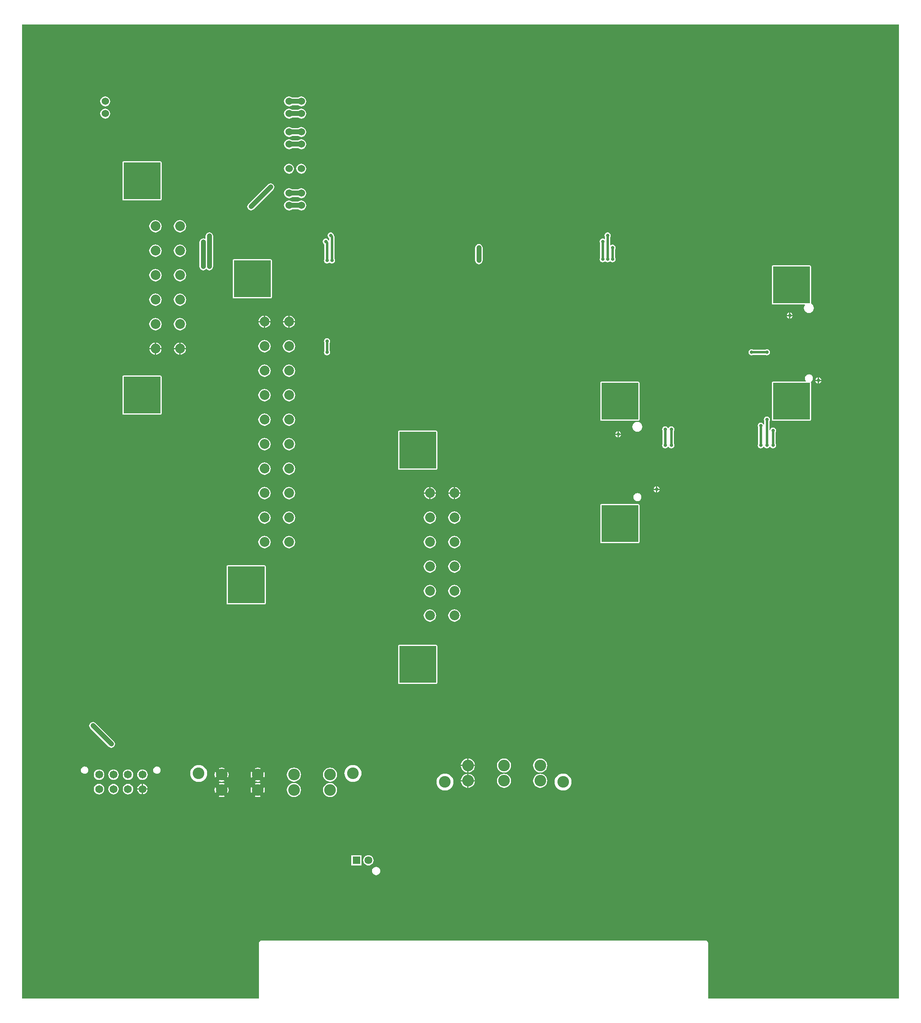
<source format=gbl>
G04 Layer_Physical_Order=2*
G04 Layer_Color=16711680*
%FSLAX24Y24*%
%MOIN*%
G70*
G01*
G75*
%ADD12C,0.0200*%
%ADD13C,0.0400*%
%ADD16C,0.0600*%
%ADD17C,0.0799*%
%ADD18C,0.0950*%
%ADD19C,0.0644*%
%ADD20R,0.0644X0.0644*%
%ADD21C,0.0650*%
%ADD22C,0.0290*%
%ADD23R,0.3000X0.3000*%
G36*
X71796Y204D02*
X56204D01*
Y4750D01*
X56188Y4828D01*
X56144Y4894D01*
X56078Y4938D01*
X56000Y4954D01*
X19750D01*
X19672Y4938D01*
X19606Y4894D01*
X19562Y4828D01*
X19546Y4750D01*
Y204D01*
X204D01*
Y79796D01*
X71796D01*
Y204D01*
D02*
G37*
%LPC*%
G36*
X34000Y29102D02*
X31000D01*
X30961Y29094D01*
X30928Y29072D01*
X30906Y29039D01*
X30898Y29000D01*
Y26000D01*
X30906Y25961D01*
X30928Y25928D01*
X30961Y25906D01*
X31000Y25898D01*
X34000D01*
X34039Y25906D01*
X34072Y25928D01*
X34094Y25961D01*
X34102Y26000D01*
Y29000D01*
X34094Y29039D01*
X34072Y29072D01*
X34039Y29094D01*
X34000Y29102D01*
D02*
G37*
G36*
X33500Y32004D02*
X33370Y31987D01*
X33248Y31936D01*
X33144Y31856D01*
X33064Y31752D01*
X33013Y31630D01*
X32996Y31500D01*
X33013Y31370D01*
X33064Y31248D01*
X33144Y31144D01*
X33248Y31064D01*
X33370Y31013D01*
X33500Y30996D01*
X33630Y31013D01*
X33752Y31064D01*
X33856Y31144D01*
X33936Y31248D01*
X33987Y31370D01*
X34004Y31500D01*
X33987Y31630D01*
X33936Y31752D01*
X33856Y31856D01*
X33752Y31936D01*
X33630Y31987D01*
X33500Y32004D01*
D02*
G37*
G36*
X6000Y22803D02*
X5922Y22792D01*
X5849Y22762D01*
X5786Y22714D01*
X5738Y22651D01*
X5708Y22578D01*
X5697Y22500D01*
X5708Y22422D01*
X5738Y22349D01*
X5786Y22286D01*
X7286Y20786D01*
X7349Y20738D01*
X7422Y20708D01*
X7500Y20697D01*
X7578Y20708D01*
X7651Y20738D01*
X7714Y20786D01*
X7762Y20849D01*
X7792Y20922D01*
X7803Y21000D01*
X7792Y21078D01*
X7762Y21151D01*
X7714Y21214D01*
X6214Y22714D01*
X6151Y22762D01*
X6078Y22792D01*
X6000Y22803D01*
D02*
G37*
G36*
X36550Y19823D02*
X36450Y19810D01*
X36310Y19752D01*
X36190Y19660D01*
X36098Y19540D01*
X36040Y19400D01*
X36027Y19300D01*
X36550D01*
Y19823D01*
D02*
G37*
G36*
X36650D02*
Y19300D01*
X37173D01*
X37160Y19400D01*
X37102Y19540D01*
X37010Y19660D01*
X36890Y19752D01*
X36750Y19810D01*
X36650Y19823D01*
D02*
G37*
G36*
X35500Y34004D02*
X35370Y33987D01*
X35248Y33936D01*
X35144Y33856D01*
X35064Y33752D01*
X35013Y33630D01*
X34996Y33500D01*
X35013Y33370D01*
X35064Y33248D01*
X35144Y33144D01*
X35248Y33064D01*
X35370Y33013D01*
X35500Y32996D01*
X35630Y33013D01*
X35752Y33064D01*
X35856Y33144D01*
X35936Y33248D01*
X35987Y33370D01*
X36004Y33500D01*
X35987Y33630D01*
X35936Y33752D01*
X35856Y33856D01*
X35752Y33936D01*
X35630Y33987D01*
X35500Y34004D01*
D02*
G37*
G36*
X33500Y36004D02*
X33370Y35987D01*
X33248Y35936D01*
X33144Y35856D01*
X33064Y35752D01*
X33013Y35630D01*
X32996Y35500D01*
X33013Y35370D01*
X33064Y35248D01*
X33144Y35144D01*
X33248Y35064D01*
X33370Y35013D01*
X33500Y34996D01*
X33630Y35013D01*
X33752Y35064D01*
X33856Y35144D01*
X33936Y35248D01*
X33987Y35370D01*
X34004Y35500D01*
X33987Y35630D01*
X33936Y35752D01*
X33856Y35856D01*
X33752Y35936D01*
X33630Y35987D01*
X33500Y36004D01*
D02*
G37*
G36*
Y34004D02*
X33370Y33987D01*
X33248Y33936D01*
X33144Y33856D01*
X33064Y33752D01*
X33013Y33630D01*
X32996Y33500D01*
X33013Y33370D01*
X33064Y33248D01*
X33144Y33144D01*
X33248Y33064D01*
X33370Y33013D01*
X33500Y32996D01*
X33630Y33013D01*
X33752Y33064D01*
X33856Y33144D01*
X33936Y33248D01*
X33987Y33370D01*
X34004Y33500D01*
X33987Y33630D01*
X33936Y33752D01*
X33856Y33856D01*
X33752Y33936D01*
X33630Y33987D01*
X33500Y34004D01*
D02*
G37*
G36*
X35500Y32004D02*
X35370Y31987D01*
X35248Y31936D01*
X35144Y31856D01*
X35064Y31752D01*
X35013Y31630D01*
X34996Y31500D01*
X35013Y31370D01*
X35064Y31248D01*
X35144Y31144D01*
X35248Y31064D01*
X35370Y31013D01*
X35500Y30996D01*
X35630Y31013D01*
X35752Y31064D01*
X35856Y31144D01*
X35936Y31248D01*
X35987Y31370D01*
X36004Y31500D01*
X35987Y31630D01*
X35936Y31752D01*
X35856Y31856D01*
X35752Y31936D01*
X35630Y31987D01*
X35500Y32004D01*
D02*
G37*
G36*
X20000Y35602D02*
X17000D01*
X16961Y35594D01*
X16928Y35572D01*
X16906Y35539D01*
X16898Y35500D01*
Y32500D01*
X16906Y32461D01*
X16928Y32428D01*
X16961Y32406D01*
X17000Y32398D01*
X20000D01*
X20039Y32406D01*
X20072Y32428D01*
X20094Y32461D01*
X20102Y32500D01*
Y35500D01*
X20094Y35539D01*
X20072Y35572D01*
X20039Y35594D01*
X20000Y35602D01*
D02*
G37*
G36*
X11220Y19173D02*
X11142Y19162D01*
X11069Y19132D01*
X11006Y19084D01*
X10958Y19021D01*
X10928Y18948D01*
X10917Y18870D01*
X10928Y18792D01*
X10958Y18719D01*
X11006Y18656D01*
X11069Y18608D01*
X11142Y18578D01*
X11220Y18567D01*
X11298Y18578D01*
X11371Y18608D01*
X11434Y18656D01*
X11482Y18719D01*
X11512Y18792D01*
X11523Y18870D01*
X11512Y18948D01*
X11482Y19021D01*
X11434Y19084D01*
X11371Y19132D01*
X11298Y19162D01*
X11220Y19173D01*
D02*
G37*
G36*
X39550Y19830D02*
X39400Y19810D01*
X39260Y19752D01*
X39140Y19660D01*
X39048Y19540D01*
X38990Y19400D01*
X38970Y19250D01*
X38990Y19100D01*
X39048Y18960D01*
X39140Y18840D01*
X39260Y18748D01*
X39400Y18690D01*
X39550Y18670D01*
X39700Y18690D01*
X39840Y18748D01*
X39960Y18840D01*
X40052Y18960D01*
X40110Y19100D01*
X40130Y19250D01*
X40110Y19400D01*
X40052Y19540D01*
X39960Y19660D01*
X39840Y19752D01*
X39700Y19810D01*
X39550Y19830D01*
D02*
G37*
G36*
X5320Y19173D02*
X5242Y19162D01*
X5169Y19132D01*
X5106Y19084D01*
X5058Y19021D01*
X5028Y18948D01*
X5017Y18870D01*
X5028Y18792D01*
X5058Y18719D01*
X5106Y18656D01*
X5169Y18608D01*
X5242Y18578D01*
X5320Y18567D01*
X5398Y18578D01*
X5471Y18608D01*
X5534Y18656D01*
X5582Y18719D01*
X5612Y18792D01*
X5623Y18870D01*
X5612Y18948D01*
X5582Y19021D01*
X5534Y19084D01*
X5471Y19132D01*
X5398Y19162D01*
X5320Y19173D01*
D02*
G37*
G36*
X15977Y18740D02*
X15940Y18650D01*
X15920Y18500D01*
X15940Y18350D01*
X15977Y18260D01*
X16217Y18500D01*
X15977Y18740D01*
D02*
G37*
G36*
X18927D02*
X18890Y18650D01*
X18870Y18500D01*
X18890Y18350D01*
X18927Y18260D01*
X19167Y18500D01*
X18927Y18740D01*
D02*
G37*
G36*
X16500Y19080D02*
X16350Y19060D01*
X16260Y19023D01*
X16500Y18783D01*
X16740Y19023D01*
X16650Y19060D01*
X16500Y19080D01*
D02*
G37*
G36*
X19450D02*
X19300Y19060D01*
X19210Y19023D01*
X19450Y18783D01*
X19690Y19023D01*
X19600Y19060D01*
X19450Y19080D01*
D02*
G37*
G36*
X37173Y19200D02*
X36650D01*
Y18677D01*
X36750Y18690D01*
X36890Y18748D01*
X37010Y18840D01*
X37102Y18960D01*
X37160Y19100D01*
X37173Y19200D01*
D02*
G37*
G36*
X42500Y19830D02*
X42350Y19810D01*
X42210Y19752D01*
X42090Y19660D01*
X41998Y19540D01*
X41940Y19400D01*
X41920Y19250D01*
X41940Y19100D01*
X41998Y18960D01*
X42090Y18840D01*
X42210Y18748D01*
X42350Y18690D01*
X42500Y18670D01*
X42650Y18690D01*
X42790Y18748D01*
X42910Y18840D01*
X43002Y18960D01*
X43060Y19100D01*
X43080Y19250D01*
X43060Y19400D01*
X43002Y19540D01*
X42910Y19660D01*
X42790Y19752D01*
X42650Y19810D01*
X42500Y19830D01*
D02*
G37*
G36*
X36550Y19200D02*
X36027D01*
X36040Y19100D01*
X36098Y18960D01*
X36190Y18840D01*
X36310Y18748D01*
X36450Y18690D01*
X36550Y18677D01*
Y19200D01*
D02*
G37*
G36*
X33450Y41450D02*
X33003D01*
X33013Y41370D01*
X33064Y41248D01*
X33144Y41144D01*
X33248Y41064D01*
X33370Y41013D01*
X33450Y41003D01*
Y41450D01*
D02*
G37*
G36*
X35450D02*
X35003D01*
X35013Y41370D01*
X35064Y41248D01*
X35144Y41144D01*
X35248Y41064D01*
X35370Y41013D01*
X35450Y41003D01*
Y41450D01*
D02*
G37*
G36*
X22000Y42004D02*
X21870Y41987D01*
X21748Y41936D01*
X21644Y41856D01*
X21564Y41752D01*
X21513Y41630D01*
X21496Y41500D01*
X21513Y41370D01*
X21564Y41248D01*
X21644Y41144D01*
X21748Y41064D01*
X21870Y41013D01*
X22000Y40996D01*
X22130Y41013D01*
X22252Y41064D01*
X22356Y41144D01*
X22436Y41248D01*
X22487Y41370D01*
X22504Y41500D01*
X22487Y41630D01*
X22436Y41752D01*
X22356Y41856D01*
X22252Y41936D01*
X22130Y41987D01*
X22000Y42004D01*
D02*
G37*
G36*
X50432Y41509D02*
X50347Y41497D01*
X50267Y41464D01*
X50199Y41412D01*
X50146Y41343D01*
X50113Y41264D01*
X50102Y41178D01*
X50113Y41092D01*
X50146Y41013D01*
X50199Y40944D01*
X50267Y40892D01*
X50347Y40859D01*
X50432Y40847D01*
X50518Y40859D01*
X50598Y40892D01*
X50666Y40944D01*
X50719Y41013D01*
X50752Y41092D01*
X50763Y41178D01*
X50752Y41264D01*
X50719Y41343D01*
X50666Y41412D01*
X50598Y41464D01*
X50518Y41497D01*
X50432Y41509D01*
D02*
G37*
G36*
X20000Y42004D02*
X19870Y41987D01*
X19748Y41936D01*
X19644Y41856D01*
X19564Y41752D01*
X19513Y41630D01*
X19496Y41500D01*
X19513Y41370D01*
X19564Y41248D01*
X19644Y41144D01*
X19748Y41064D01*
X19870Y41013D01*
X20000Y40996D01*
X20130Y41013D01*
X20252Y41064D01*
X20356Y41144D01*
X20436Y41248D01*
X20487Y41370D01*
X20504Y41500D01*
X20487Y41630D01*
X20436Y41752D01*
X20356Y41856D01*
X20252Y41936D01*
X20130Y41987D01*
X20000Y42004D01*
D02*
G37*
G36*
X35450Y41997D02*
X35370Y41987D01*
X35248Y41936D01*
X35144Y41856D01*
X35064Y41752D01*
X35013Y41630D01*
X35003Y41550D01*
X35450D01*
Y41997D01*
D02*
G37*
G36*
X33550D02*
Y41550D01*
X33997D01*
X33987Y41630D01*
X33936Y41752D01*
X33856Y41856D01*
X33752Y41936D01*
X33630Y41987D01*
X33550Y41997D01*
D02*
G37*
G36*
X33450D02*
X33370Y41987D01*
X33248Y41936D01*
X33144Y41856D01*
X33064Y41752D01*
X33013Y41630D01*
X33003Y41550D01*
X33450D01*
Y41997D01*
D02*
G37*
G36*
X33997Y41450D02*
X33550D01*
Y41003D01*
X33630Y41013D01*
X33752Y41064D01*
X33856Y41144D01*
X33936Y41248D01*
X33987Y41370D01*
X33997Y41450D01*
D02*
G37*
G36*
X35997D02*
X35550D01*
Y41003D01*
X35630Y41013D01*
X35752Y41064D01*
X35856Y41144D01*
X35936Y41248D01*
X35987Y41370D01*
X35997Y41450D01*
D02*
G37*
G36*
X33500Y38004D02*
X33370Y37987D01*
X33248Y37936D01*
X33144Y37856D01*
X33064Y37752D01*
X33013Y37630D01*
X32996Y37500D01*
X33013Y37370D01*
X33064Y37248D01*
X33144Y37144D01*
X33248Y37064D01*
X33370Y37013D01*
X33500Y36996D01*
X33630Y37013D01*
X33752Y37064D01*
X33856Y37144D01*
X33936Y37248D01*
X33987Y37370D01*
X34004Y37500D01*
X33987Y37630D01*
X33936Y37752D01*
X33856Y37856D01*
X33752Y37936D01*
X33630Y37987D01*
X33500Y38004D01*
D02*
G37*
G36*
X35500D02*
X35370Y37987D01*
X35248Y37936D01*
X35144Y37856D01*
X35064Y37752D01*
X35013Y37630D01*
X34996Y37500D01*
X35013Y37370D01*
X35064Y37248D01*
X35144Y37144D01*
X35248Y37064D01*
X35370Y37013D01*
X35500Y36996D01*
X35630Y37013D01*
X35752Y37064D01*
X35856Y37144D01*
X35936Y37248D01*
X35987Y37370D01*
X36004Y37500D01*
X35987Y37630D01*
X35936Y37752D01*
X35856Y37856D01*
X35752Y37936D01*
X35630Y37987D01*
X35500Y38004D01*
D02*
G37*
G36*
X22000D02*
X21870Y37987D01*
X21748Y37936D01*
X21644Y37856D01*
X21564Y37752D01*
X21513Y37630D01*
X21496Y37500D01*
X21513Y37370D01*
X21564Y37248D01*
X21644Y37144D01*
X21748Y37064D01*
X21870Y37013D01*
X22000Y36996D01*
X22130Y37013D01*
X22252Y37064D01*
X22356Y37144D01*
X22436Y37248D01*
X22487Y37370D01*
X22504Y37500D01*
X22487Y37630D01*
X22436Y37752D01*
X22356Y37856D01*
X22252Y37936D01*
X22130Y37987D01*
X22000Y38004D01*
D02*
G37*
G36*
X35500Y36004D02*
X35370Y35987D01*
X35248Y35936D01*
X35144Y35856D01*
X35064Y35752D01*
X35013Y35630D01*
X34996Y35500D01*
X35013Y35370D01*
X35064Y35248D01*
X35144Y35144D01*
X35248Y35064D01*
X35370Y35013D01*
X35500Y34996D01*
X35630Y35013D01*
X35752Y35064D01*
X35856Y35144D01*
X35936Y35248D01*
X35987Y35370D01*
X36004Y35500D01*
X35987Y35630D01*
X35936Y35752D01*
X35856Y35856D01*
X35752Y35936D01*
X35630Y35987D01*
X35500Y36004D01*
D02*
G37*
G36*
X20000Y38004D02*
X19870Y37987D01*
X19748Y37936D01*
X19644Y37856D01*
X19564Y37752D01*
X19513Y37630D01*
X19496Y37500D01*
X19513Y37370D01*
X19564Y37248D01*
X19644Y37144D01*
X19748Y37064D01*
X19870Y37013D01*
X20000Y36996D01*
X20130Y37013D01*
X20252Y37064D01*
X20356Y37144D01*
X20436Y37248D01*
X20487Y37370D01*
X20504Y37500D01*
X20487Y37630D01*
X20436Y37752D01*
X20356Y37856D01*
X20252Y37936D01*
X20130Y37987D01*
X20000Y38004D01*
D02*
G37*
G36*
X33500Y40004D02*
X33370Y39987D01*
X33248Y39936D01*
X33144Y39856D01*
X33064Y39752D01*
X33013Y39630D01*
X32996Y39500D01*
X33013Y39370D01*
X33064Y39248D01*
X33144Y39144D01*
X33248Y39064D01*
X33370Y39013D01*
X33500Y38996D01*
X33630Y39013D01*
X33752Y39064D01*
X33856Y39144D01*
X33936Y39248D01*
X33987Y39370D01*
X34004Y39500D01*
X33987Y39630D01*
X33936Y39752D01*
X33856Y39856D01*
X33752Y39936D01*
X33630Y39987D01*
X33500Y40004D01*
D02*
G37*
G36*
X35500D02*
X35370Y39987D01*
X35248Y39936D01*
X35144Y39856D01*
X35064Y39752D01*
X35013Y39630D01*
X34996Y39500D01*
X35013Y39370D01*
X35064Y39248D01*
X35144Y39144D01*
X35248Y39064D01*
X35370Y39013D01*
X35500Y38996D01*
X35630Y39013D01*
X35752Y39064D01*
X35856Y39144D01*
X35936Y39248D01*
X35987Y39370D01*
X36004Y39500D01*
X35987Y39630D01*
X35936Y39752D01*
X35856Y39856D01*
X35752Y39936D01*
X35630Y39987D01*
X35500Y40004D01*
D02*
G37*
G36*
X22000D02*
X21870Y39987D01*
X21748Y39936D01*
X21644Y39856D01*
X21564Y39752D01*
X21513Y39630D01*
X21496Y39500D01*
X21513Y39370D01*
X21564Y39248D01*
X21644Y39144D01*
X21748Y39064D01*
X21870Y39013D01*
X22000Y38996D01*
X22130Y39013D01*
X22252Y39064D01*
X22356Y39144D01*
X22436Y39248D01*
X22487Y39370D01*
X22504Y39500D01*
X22487Y39630D01*
X22436Y39752D01*
X22356Y39856D01*
X22252Y39936D01*
X22130Y39987D01*
X22000Y40004D01*
D02*
G37*
G36*
X50500Y40602D02*
X47500D01*
X47461Y40594D01*
X47428Y40572D01*
X47406Y40539D01*
X47398Y40500D01*
Y37500D01*
X47406Y37461D01*
X47428Y37428D01*
X47461Y37406D01*
X47500Y37398D01*
X50500D01*
X50539Y37406D01*
X50572Y37428D01*
X50594Y37461D01*
X50602Y37500D01*
Y40500D01*
X50594Y40539D01*
X50572Y40572D01*
X50539Y40594D01*
X50500Y40602D01*
D02*
G37*
G36*
X20000Y40004D02*
X19870Y39987D01*
X19748Y39936D01*
X19644Y39856D01*
X19564Y39752D01*
X19513Y39630D01*
X19496Y39500D01*
X19513Y39370D01*
X19564Y39248D01*
X19644Y39144D01*
X19748Y39064D01*
X19870Y39013D01*
X20000Y38996D01*
X20130Y39013D01*
X20252Y39064D01*
X20356Y39144D01*
X20436Y39248D01*
X20487Y39370D01*
X20504Y39500D01*
X20487Y39630D01*
X20436Y39752D01*
X20356Y39856D01*
X20252Y39936D01*
X20130Y39987D01*
X20000Y40004D01*
D02*
G37*
G36*
X19973Y17490D02*
X19733Y17250D01*
X19973Y17010D01*
X20010Y17100D01*
X20030Y17250D01*
X20010Y17400D01*
X19973Y17490D01*
D02*
G37*
G36*
X15977Y17490D02*
X15940Y17400D01*
X15920Y17250D01*
X15940Y17100D01*
X15977Y17010D01*
X16217Y17250D01*
X15977Y17490D01*
D02*
G37*
G36*
X17023Y17490D02*
X16783Y17250D01*
X17023Y17010D01*
X17060Y17100D01*
X17080Y17250D01*
X17060Y17400D01*
X17023Y17490D01*
D02*
G37*
G36*
X9990Y17270D02*
X9618D01*
X9626Y17209D01*
X9669Y17106D01*
X9737Y17017D01*
X9826Y16949D01*
X9929Y16906D01*
X9990Y16898D01*
Y17270D01*
D02*
G37*
G36*
X10462D02*
X10090D01*
Y16898D01*
X10151Y16906D01*
X10254Y16949D01*
X10343Y17017D01*
X10411Y17106D01*
X10454Y17209D01*
X10462Y17270D01*
D02*
G37*
G36*
X9990Y17742D02*
X9929Y17734D01*
X9826Y17691D01*
X9737Y17623D01*
X9669Y17534D01*
X9626Y17431D01*
X9618Y17370D01*
X9990D01*
Y17742D01*
D02*
G37*
G36*
X10090D02*
Y17370D01*
X10462D01*
X10454Y17431D01*
X10411Y17534D01*
X10343Y17623D01*
X10254Y17691D01*
X10151Y17734D01*
X10090Y17742D01*
D02*
G37*
G36*
X44370Y18593D02*
X44235Y18580D01*
X44105Y18541D01*
X43985Y18476D01*
X43880Y18390D01*
X43794Y18285D01*
X43729Y18165D01*
X43690Y18035D01*
X43677Y17900D01*
X43690Y17765D01*
X43729Y17635D01*
X43794Y17515D01*
X43880Y17410D01*
X43985Y17324D01*
X44105Y17259D01*
X44235Y17220D01*
X44370Y17207D01*
X44505Y17220D01*
X44635Y17259D01*
X44755Y17324D01*
X44860Y17410D01*
X44946Y17515D01*
X45011Y17635D01*
X45050Y17765D01*
X45063Y17900D01*
X45050Y18035D01*
X45011Y18165D01*
X44946Y18285D01*
X44860Y18390D01*
X44755Y18476D01*
X44635Y18541D01*
X44505Y18580D01*
X44370Y18593D01*
D02*
G37*
G36*
X18927Y17490D02*
X18890Y17400D01*
X18870Y17250D01*
X18890Y17100D01*
X18927Y17010D01*
X19167Y17250D01*
X18927Y17490D01*
D02*
G37*
G36*
X34730Y18593D02*
X34595Y18580D01*
X34465Y18541D01*
X34345Y18476D01*
X34240Y18390D01*
X34154Y18285D01*
X34089Y18165D01*
X34050Y18035D01*
X34037Y17900D01*
X34050Y17765D01*
X34089Y17635D01*
X34154Y17515D01*
X34240Y17410D01*
X34345Y17324D01*
X34465Y17259D01*
X34595Y17220D01*
X34730Y17207D01*
X34865Y17220D01*
X34995Y17259D01*
X35115Y17324D01*
X35220Y17410D01*
X35306Y17515D01*
X35371Y17635D01*
X35410Y17765D01*
X35423Y17900D01*
X35410Y18035D01*
X35371Y18165D01*
X35306Y18285D01*
X35220Y18390D01*
X35115Y18476D01*
X34995Y18541D01*
X34865Y18580D01*
X34730Y18593D01*
D02*
G37*
G36*
X16500Y16967D02*
X16260Y16727D01*
X16350Y16690D01*
X16500Y16670D01*
X16650Y16690D01*
X16740Y16727D01*
X16500Y16967D01*
D02*
G37*
G36*
X19450D02*
X19210Y16727D01*
X19300Y16690D01*
X19450Y16670D01*
X19600Y16690D01*
X19690Y16727D01*
X19450Y16967D01*
D02*
G37*
G36*
X27922Y11922D02*
X27078D01*
Y11078D01*
X27922D01*
Y11922D01*
D02*
G37*
G36*
X29114Y10973D02*
X29026Y10961D01*
X28945Y10928D01*
X28874Y10874D01*
X28820Y10803D01*
X28787Y10722D01*
X28775Y10634D01*
X28787Y10546D01*
X28820Y10464D01*
X28874Y10394D01*
X28945Y10340D01*
X29026Y10306D01*
X29114Y10295D01*
X29202Y10306D01*
X29284Y10340D01*
X29354Y10394D01*
X29408Y10464D01*
X29442Y10546D01*
X29453Y10634D01*
X29442Y10722D01*
X29408Y10803D01*
X29354Y10874D01*
X29284Y10928D01*
X29202Y10961D01*
X29114Y10973D01*
D02*
G37*
G36*
X28484Y11925D02*
X28374Y11911D01*
X28272Y11868D01*
X28183Y11801D01*
X28116Y11713D01*
X28073Y11610D01*
X28059Y11500D01*
X28073Y11390D01*
X28116Y11287D01*
X28183Y11199D01*
X28272Y11132D01*
X28374Y11089D01*
X28484Y11075D01*
X28594Y11089D01*
X28697Y11132D01*
X28785Y11199D01*
X28853Y11287D01*
X28895Y11390D01*
X28910Y11500D01*
X28895Y11610D01*
X28853Y11713D01*
X28785Y11801D01*
X28697Y11868D01*
X28594Y11911D01*
X28484Y11925D01*
D02*
G37*
G36*
X7680Y17749D02*
X7569Y17734D01*
X7466Y17691D01*
X7377Y17623D01*
X7309Y17534D01*
X7266Y17431D01*
X7251Y17320D01*
X7266Y17209D01*
X7309Y17106D01*
X7377Y17017D01*
X7466Y16949D01*
X7569Y16906D01*
X7680Y16891D01*
X7791Y16906D01*
X7894Y16949D01*
X7983Y17017D01*
X8051Y17106D01*
X8094Y17209D01*
X8109Y17320D01*
X8094Y17431D01*
X8051Y17534D01*
X7983Y17623D01*
X7894Y17691D01*
X7791Y17734D01*
X7680Y17749D01*
D02*
G37*
G36*
X8860D02*
X8749Y17734D01*
X8646Y17691D01*
X8557Y17623D01*
X8489Y17534D01*
X8446Y17431D01*
X8431Y17320D01*
X8446Y17209D01*
X8489Y17106D01*
X8557Y17017D01*
X8646Y16949D01*
X8749Y16906D01*
X8860Y16891D01*
X8971Y16906D01*
X9074Y16949D01*
X9163Y17017D01*
X9231Y17106D01*
X9274Y17209D01*
X9289Y17320D01*
X9274Y17431D01*
X9231Y17534D01*
X9163Y17623D01*
X9074Y17691D01*
X8971Y17734D01*
X8860Y17749D01*
D02*
G37*
G36*
X6500D02*
X6389Y17734D01*
X6286Y17691D01*
X6197Y17623D01*
X6129Y17534D01*
X6086Y17431D01*
X6071Y17320D01*
X6086Y17209D01*
X6129Y17106D01*
X6197Y17017D01*
X6286Y16949D01*
X6389Y16906D01*
X6500Y16891D01*
X6611Y16906D01*
X6714Y16949D01*
X6803Y17017D01*
X6871Y17106D01*
X6914Y17209D01*
X6929Y17320D01*
X6914Y17431D01*
X6871Y17534D01*
X6803Y17623D01*
X6714Y17691D01*
X6611Y17734D01*
X6500Y17749D01*
D02*
G37*
G36*
X22400Y17830D02*
X22250Y17810D01*
X22110Y17752D01*
X21990Y17660D01*
X21898Y17540D01*
X21840Y17400D01*
X21820Y17250D01*
X21840Y17100D01*
X21898Y16960D01*
X21990Y16840D01*
X22110Y16748D01*
X22250Y16690D01*
X22400Y16670D01*
X22550Y16690D01*
X22690Y16748D01*
X22810Y16840D01*
X22902Y16960D01*
X22960Y17100D01*
X22980Y17250D01*
X22960Y17400D01*
X22902Y17540D01*
X22810Y17660D01*
X22690Y17752D01*
X22550Y17810D01*
X22400Y17830D01*
D02*
G37*
G36*
X25350D02*
X25200Y17810D01*
X25060Y17752D01*
X24940Y17660D01*
X24848Y17540D01*
X24790Y17400D01*
X24770Y17250D01*
X24790Y17100D01*
X24848Y16960D01*
X24940Y16840D01*
X25060Y16748D01*
X25200Y16690D01*
X25350Y16670D01*
X25500Y16690D01*
X25640Y16748D01*
X25760Y16840D01*
X25852Y16960D01*
X25910Y17100D01*
X25930Y17250D01*
X25910Y17400D01*
X25852Y17540D01*
X25760Y17660D01*
X25640Y17752D01*
X25500Y17810D01*
X25350Y17830D01*
D02*
G37*
G36*
X36650Y18573D02*
Y18050D01*
X37173D01*
X37160Y18150D01*
X37102Y18290D01*
X37010Y18410D01*
X36890Y18502D01*
X36750Y18560D01*
X36650Y18573D01*
D02*
G37*
G36*
X6500Y18929D02*
X6389Y18914D01*
X6286Y18871D01*
X6197Y18803D01*
X6129Y18714D01*
X6086Y18611D01*
X6071Y18500D01*
X6086Y18389D01*
X6129Y18286D01*
X6197Y18197D01*
X6286Y18129D01*
X6389Y18086D01*
X6500Y18071D01*
X6611Y18086D01*
X6714Y18129D01*
X6803Y18197D01*
X6871Y18286D01*
X6914Y18389D01*
X6929Y18500D01*
X6914Y18611D01*
X6871Y18714D01*
X6803Y18803D01*
X6714Y18871D01*
X6611Y18914D01*
X6500Y18929D01*
D02*
G37*
G36*
X36550Y18573D02*
X36450Y18560D01*
X36310Y18502D01*
X36190Y18410D01*
X36098Y18290D01*
X36040Y18150D01*
X36027Y18050D01*
X36550D01*
Y18573D01*
D02*
G37*
G36*
X22400Y19080D02*
X22250Y19060D01*
X22110Y19002D01*
X21990Y18910D01*
X21898Y18790D01*
X21840Y18650D01*
X21820Y18500D01*
X21840Y18350D01*
X21898Y18210D01*
X21990Y18090D01*
X22110Y17998D01*
X22250Y17940D01*
X22400Y17920D01*
X22550Y17940D01*
X22690Y17998D01*
X22810Y18090D01*
X22902Y18210D01*
X22960Y18350D01*
X22980Y18500D01*
X22960Y18650D01*
X22902Y18790D01*
X22810Y18910D01*
X22690Y19002D01*
X22550Y19060D01*
X22400Y19080D01*
D02*
G37*
G36*
X25350D02*
X25200Y19060D01*
X25060Y19002D01*
X24940Y18910D01*
X24848Y18790D01*
X24790Y18650D01*
X24770Y18500D01*
X24790Y18350D01*
X24848Y18210D01*
X24940Y18090D01*
X25060Y17998D01*
X25200Y17940D01*
X25350Y17920D01*
X25500Y17940D01*
X25640Y17998D01*
X25760Y18090D01*
X25852Y18210D01*
X25910Y18350D01*
X25930Y18500D01*
X25910Y18650D01*
X25852Y18790D01*
X25760Y18910D01*
X25640Y19002D01*
X25500Y19060D01*
X25350Y19080D01*
D02*
G37*
G36*
X17023Y18740D02*
X16783Y18500D01*
X17023Y18260D01*
X17060Y18350D01*
X17080Y18500D01*
X17060Y18650D01*
X17023Y18740D01*
D02*
G37*
G36*
X19973D02*
X19733Y18500D01*
X19973Y18260D01*
X20010Y18350D01*
X20030Y18500D01*
X20010Y18650D01*
X19973Y18740D01*
D02*
G37*
G36*
X10040Y18929D02*
X9929Y18914D01*
X9826Y18871D01*
X9737Y18803D01*
X9669Y18714D01*
X9626Y18611D01*
X9611Y18500D01*
X9626Y18389D01*
X9669Y18286D01*
X9737Y18197D01*
X9826Y18129D01*
X9929Y18086D01*
X10040Y18071D01*
X10151Y18086D01*
X10254Y18129D01*
X10343Y18197D01*
X10411Y18286D01*
X10454Y18389D01*
X10469Y18500D01*
X10454Y18611D01*
X10411Y18714D01*
X10343Y18803D01*
X10254Y18871D01*
X10151Y18914D01*
X10040Y18929D01*
D02*
G37*
G36*
X7680D02*
X7569Y18914D01*
X7466Y18871D01*
X7377Y18803D01*
X7309Y18714D01*
X7266Y18611D01*
X7251Y18500D01*
X7266Y18389D01*
X7309Y18286D01*
X7377Y18197D01*
X7466Y18129D01*
X7569Y18086D01*
X7680Y18071D01*
X7791Y18086D01*
X7894Y18129D01*
X7983Y18197D01*
X8051Y18286D01*
X8094Y18389D01*
X8109Y18500D01*
X8094Y18611D01*
X8051Y18714D01*
X7983Y18803D01*
X7894Y18871D01*
X7791Y18914D01*
X7680Y18929D01*
D02*
G37*
G36*
X8860D02*
X8749Y18914D01*
X8646Y18871D01*
X8557Y18803D01*
X8489Y18714D01*
X8446Y18611D01*
X8431Y18500D01*
X8446Y18389D01*
X8489Y18286D01*
X8557Y18197D01*
X8646Y18129D01*
X8749Y18086D01*
X8860Y18071D01*
X8971Y18086D01*
X9074Y18129D01*
X9163Y18197D01*
X9231Y18286D01*
X9274Y18389D01*
X9289Y18500D01*
X9274Y18611D01*
X9231Y18714D01*
X9163Y18803D01*
X9074Y18871D01*
X8971Y18914D01*
X8860Y18929D01*
D02*
G37*
G36*
X37173Y17950D02*
X36650D01*
Y17427D01*
X36750Y17440D01*
X36890Y17498D01*
X37010Y17590D01*
X37102Y17710D01*
X37160Y17850D01*
X37173Y17950D01*
D02*
G37*
G36*
X16500Y17830D02*
X16350Y17810D01*
X16260Y17773D01*
X16500Y17533D01*
X16740Y17773D01*
X16650Y17810D01*
X16500Y17830D01*
D02*
G37*
G36*
X36550Y17950D02*
X36027D01*
X36040Y17850D01*
X36098Y17710D01*
X36190Y17590D01*
X36310Y17498D01*
X36450Y17440D01*
X36550Y17427D01*
Y17950D01*
D02*
G37*
G36*
X39550Y18580D02*
X39400Y18560D01*
X39260Y18502D01*
X39140Y18410D01*
X39048Y18290D01*
X38990Y18150D01*
X38970Y18000D01*
X38990Y17850D01*
X39048Y17710D01*
X39140Y17590D01*
X39260Y17498D01*
X39400Y17440D01*
X39550Y17420D01*
X39700Y17440D01*
X39840Y17498D01*
X39960Y17590D01*
X40052Y17710D01*
X40110Y17850D01*
X40130Y18000D01*
X40110Y18150D01*
X40052Y18290D01*
X39960Y18410D01*
X39840Y18502D01*
X39700Y18560D01*
X39550Y18580D01*
D02*
G37*
G36*
X42500D02*
X42350Y18560D01*
X42210Y18502D01*
X42090Y18410D01*
X41998Y18290D01*
X41940Y18150D01*
X41920Y18000D01*
X41940Y17850D01*
X41998Y17710D01*
X42090Y17590D01*
X42210Y17498D01*
X42350Y17440D01*
X42500Y17420D01*
X42650Y17440D01*
X42790Y17498D01*
X42910Y17590D01*
X43002Y17710D01*
X43060Y17850D01*
X43080Y18000D01*
X43060Y18150D01*
X43002Y18290D01*
X42910Y18410D01*
X42790Y18502D01*
X42650Y18560D01*
X42500Y18580D01*
D02*
G37*
G36*
X16500Y18217D02*
X16260Y17977D01*
X16350Y17940D01*
X16500Y17920D01*
X16650Y17940D01*
X16740Y17977D01*
X16500Y18217D01*
D02*
G37*
G36*
X19450D02*
X19210Y17977D01*
X19300Y17940D01*
X19450Y17920D01*
X19600Y17940D01*
X19690Y17977D01*
X19450Y18217D01*
D02*
G37*
G36*
X27220Y19293D02*
X27085Y19280D01*
X26955Y19241D01*
X26835Y19176D01*
X26730Y19090D01*
X26644Y18985D01*
X26579Y18865D01*
X26540Y18735D01*
X26527Y18600D01*
X26540Y18465D01*
X26579Y18335D01*
X26644Y18215D01*
X26730Y18110D01*
X26835Y18024D01*
X26955Y17959D01*
X27085Y17920D01*
X27220Y17907D01*
X27355Y17920D01*
X27485Y17959D01*
X27605Y18024D01*
X27710Y18110D01*
X27796Y18215D01*
X27861Y18335D01*
X27900Y18465D01*
X27913Y18600D01*
X27900Y18735D01*
X27861Y18865D01*
X27796Y18985D01*
X27710Y19090D01*
X27605Y19176D01*
X27485Y19241D01*
X27355Y19280D01*
X27220Y19293D01*
D02*
G37*
G36*
X19450Y17830D02*
X19300Y17810D01*
X19210Y17773D01*
X19450Y17533D01*
X19690Y17773D01*
X19600Y17810D01*
X19450Y17830D01*
D02*
G37*
G36*
X14630Y19293D02*
X14495Y19280D01*
X14365Y19241D01*
X14245Y19176D01*
X14140Y19090D01*
X14054Y18985D01*
X13989Y18865D01*
X13950Y18735D01*
X13937Y18600D01*
X13950Y18465D01*
X13989Y18335D01*
X14054Y18215D01*
X14140Y18110D01*
X14245Y18024D01*
X14365Y17959D01*
X14495Y17920D01*
X14630Y17907D01*
X14765Y17920D01*
X14895Y17959D01*
X15015Y18024D01*
X15120Y18110D01*
X15206Y18215D01*
X15271Y18335D01*
X15310Y18465D01*
X15323Y18600D01*
X15310Y18735D01*
X15271Y18865D01*
X15206Y18985D01*
X15120Y19090D01*
X15015Y19176D01*
X14895Y19241D01*
X14765Y19280D01*
X14630Y19293D01*
D02*
G37*
G36*
X35550Y41997D02*
Y41550D01*
X35997D01*
X35987Y41630D01*
X35936Y41752D01*
X35856Y41856D01*
X35752Y41936D01*
X35630Y41987D01*
X35550Y41997D01*
D02*
G37*
G36*
X62915Y56240D02*
Y56050D01*
X63104D01*
X63095Y56096D01*
X63041Y56177D01*
X62960Y56231D01*
X62915Y56240D01*
D02*
G37*
G36*
X64500Y60102D02*
X61500D01*
X61461Y60094D01*
X61428Y60072D01*
X61406Y60039D01*
X61398Y60000D01*
Y57000D01*
X61406Y56961D01*
X61428Y56928D01*
X61461Y56906D01*
X61500Y56898D01*
X64086D01*
X64108Y56853D01*
X64082Y56820D01*
X64042Y56723D01*
X64028Y56618D01*
X64042Y56514D01*
X64082Y56416D01*
X64147Y56332D01*
X64230Y56268D01*
X64328Y56228D01*
X64432Y56214D01*
X64537Y56228D01*
X64634Y56268D01*
X64718Y56332D01*
X64782Y56416D01*
X64823Y56514D01*
X64836Y56618D01*
X64823Y56723D01*
X64782Y56820D01*
X64718Y56904D01*
X64634Y56968D01*
X64599Y56983D01*
X64602Y57000D01*
Y60000D01*
X64594Y60039D01*
X64572Y60072D01*
X64539Y60094D01*
X64500Y60102D01*
D02*
G37*
G36*
X62815Y56240D02*
X62769Y56231D01*
X62688Y56177D01*
X62634Y56096D01*
X62625Y56050D01*
X62815D01*
Y56240D01*
D02*
G37*
G36*
Y55950D02*
X62625D01*
X62634Y55904D01*
X62688Y55823D01*
X62769Y55769D01*
X62815Y55760D01*
Y55950D01*
D02*
G37*
G36*
X63104D02*
X62915D01*
Y55760D01*
X62960Y55769D01*
X63041Y55823D01*
X63095Y55904D01*
X63104Y55950D01*
D02*
G37*
G36*
X11100Y59804D02*
X10970Y59787D01*
X10848Y59736D01*
X10744Y59656D01*
X10664Y59552D01*
X10613Y59430D01*
X10596Y59300D01*
X10613Y59170D01*
X10664Y59048D01*
X10744Y58944D01*
X10848Y58864D01*
X10970Y58813D01*
X11100Y58796D01*
X11230Y58813D01*
X11352Y58864D01*
X11456Y58944D01*
X11536Y59048D01*
X11587Y59170D01*
X11604Y59300D01*
X11587Y59430D01*
X11536Y59552D01*
X11456Y59656D01*
X11352Y59736D01*
X11230Y59787D01*
X11100Y59804D01*
D02*
G37*
G36*
X13100D02*
X12970Y59787D01*
X12848Y59736D01*
X12744Y59656D01*
X12664Y59552D01*
X12613Y59430D01*
X12596Y59300D01*
X12613Y59170D01*
X12664Y59048D01*
X12744Y58944D01*
X12848Y58864D01*
X12970Y58813D01*
X13100Y58796D01*
X13230Y58813D01*
X13352Y58864D01*
X13456Y58944D01*
X13536Y59048D01*
X13587Y59170D01*
X13604Y59300D01*
X13587Y59430D01*
X13536Y59552D01*
X13456Y59656D01*
X13352Y59736D01*
X13230Y59787D01*
X13100Y59804D01*
D02*
G37*
G36*
X20500Y60602D02*
X17500D01*
X17461Y60594D01*
X17428Y60572D01*
X17406Y60539D01*
X17398Y60500D01*
Y57500D01*
X17406Y57461D01*
X17428Y57428D01*
X17461Y57406D01*
X17500Y57398D01*
X20500D01*
X20539Y57406D01*
X20572Y57428D01*
X20594Y57461D01*
X20602Y57500D01*
Y60500D01*
X20594Y60539D01*
X20572Y60572D01*
X20539Y60594D01*
X20500Y60602D01*
D02*
G37*
G36*
X11100Y57804D02*
X10970Y57787D01*
X10848Y57736D01*
X10744Y57656D01*
X10664Y57552D01*
X10613Y57430D01*
X10596Y57300D01*
X10613Y57170D01*
X10664Y57048D01*
X10744Y56944D01*
X10848Y56864D01*
X10970Y56813D01*
X11100Y56796D01*
X11230Y56813D01*
X11352Y56864D01*
X11456Y56944D01*
X11536Y57048D01*
X11587Y57170D01*
X11604Y57300D01*
X11587Y57430D01*
X11536Y57552D01*
X11456Y57656D01*
X11352Y57736D01*
X11230Y57787D01*
X11100Y57804D01*
D02*
G37*
G36*
X13100D02*
X12970Y57787D01*
X12848Y57736D01*
X12744Y57656D01*
X12664Y57552D01*
X12613Y57430D01*
X12596Y57300D01*
X12613Y57170D01*
X12664Y57048D01*
X12744Y56944D01*
X12848Y56864D01*
X12970Y56813D01*
X13100Y56796D01*
X13230Y56813D01*
X13352Y56864D01*
X13456Y56944D01*
X13536Y57048D01*
X13587Y57170D01*
X13604Y57300D01*
X13587Y57430D01*
X13536Y57552D01*
X13456Y57656D01*
X13352Y57736D01*
X13230Y57787D01*
X13100Y57804D01*
D02*
G37*
G36*
X21950Y55450D02*
X21503D01*
X21513Y55370D01*
X21564Y55248D01*
X21644Y55144D01*
X21748Y55064D01*
X21870Y55013D01*
X21950Y55003D01*
Y55450D01*
D02*
G37*
G36*
X20497D02*
X20050D01*
Y55003D01*
X20130Y55013D01*
X20252Y55064D01*
X20356Y55144D01*
X20436Y55248D01*
X20487Y55370D01*
X20497Y55450D01*
D02*
G37*
G36*
X19950D02*
X19503D01*
X19513Y55370D01*
X19564Y55248D01*
X19644Y55144D01*
X19748Y55064D01*
X19870Y55013D01*
X19950Y55003D01*
Y55450D01*
D02*
G37*
G36*
X11100Y55804D02*
X10970Y55787D01*
X10848Y55736D01*
X10744Y55656D01*
X10664Y55552D01*
X10613Y55430D01*
X10596Y55300D01*
X10613Y55170D01*
X10664Y55048D01*
X10744Y54944D01*
X10848Y54864D01*
X10970Y54813D01*
X11100Y54796D01*
X11230Y54813D01*
X11352Y54864D01*
X11456Y54944D01*
X11536Y55048D01*
X11587Y55170D01*
X11604Y55300D01*
X11587Y55430D01*
X11536Y55552D01*
X11456Y55656D01*
X11352Y55736D01*
X11230Y55787D01*
X11100Y55804D01*
D02*
G37*
G36*
X13100D02*
X12970Y55787D01*
X12848Y55736D01*
X12744Y55656D01*
X12664Y55552D01*
X12613Y55430D01*
X12596Y55300D01*
X12613Y55170D01*
X12664Y55048D01*
X12744Y54944D01*
X12848Y54864D01*
X12970Y54813D01*
X13100Y54796D01*
X13230Y54813D01*
X13352Y54864D01*
X13456Y54944D01*
X13536Y55048D01*
X13587Y55170D01*
X13604Y55300D01*
X13587Y55430D01*
X13536Y55552D01*
X13456Y55656D01*
X13352Y55736D01*
X13230Y55787D01*
X13100Y55804D01*
D02*
G37*
G36*
X20050Y55997D02*
Y55550D01*
X20497D01*
X20487Y55630D01*
X20436Y55752D01*
X20356Y55856D01*
X20252Y55936D01*
X20130Y55987D01*
X20050Y55997D01*
D02*
G37*
G36*
X22050D02*
Y55550D01*
X22497D01*
X22487Y55630D01*
X22436Y55752D01*
X22356Y55856D01*
X22252Y55936D01*
X22130Y55987D01*
X22050Y55997D01*
D02*
G37*
G36*
X21950D02*
X21870Y55987D01*
X21748Y55936D01*
X21644Y55856D01*
X21564Y55752D01*
X21513Y55630D01*
X21503Y55550D01*
X21950D01*
Y55997D01*
D02*
G37*
G36*
X22497Y55450D02*
X22050D01*
Y55003D01*
X22130Y55013D01*
X22252Y55064D01*
X22356Y55144D01*
X22436Y55248D01*
X22487Y55370D01*
X22497Y55450D01*
D02*
G37*
G36*
X19950Y55997D02*
X19870Y55987D01*
X19748Y55936D01*
X19644Y55856D01*
X19564Y55752D01*
X19513Y55630D01*
X19503Y55550D01*
X19950D01*
Y55997D01*
D02*
G37*
G36*
X23000Y68403D02*
X22896Y68390D01*
X22798Y68349D01*
X22715Y68285D01*
X22651Y68202D01*
X22610Y68104D01*
X22597Y68000D01*
X22610Y67896D01*
X22651Y67798D01*
X22715Y67715D01*
X22798Y67651D01*
X22896Y67610D01*
X23000Y67597D01*
X23104Y67610D01*
X23202Y67651D01*
X23285Y67715D01*
X23349Y67798D01*
X23390Y67896D01*
X23403Y68000D01*
X23390Y68104D01*
X23349Y68202D01*
X23285Y68285D01*
X23202Y68349D01*
X23104Y68390D01*
X23000Y68403D01*
D02*
G37*
G36*
Y70403D02*
X22896Y70390D01*
X22798Y70349D01*
X22737Y70303D01*
X22263D01*
X22202Y70349D01*
X22104Y70390D01*
X22000Y70403D01*
X21896Y70390D01*
X21798Y70349D01*
X21715Y70285D01*
X21651Y70202D01*
X21610Y70104D01*
X21597Y70000D01*
X21610Y69896D01*
X21651Y69798D01*
X21715Y69715D01*
X21798Y69651D01*
X21896Y69610D01*
X22000Y69597D01*
X22104Y69610D01*
X22202Y69651D01*
X22263Y69697D01*
X22737D01*
X22798Y69651D01*
X22896Y69610D01*
X23000Y69597D01*
X23104Y69610D01*
X23202Y69651D01*
X23285Y69715D01*
X23349Y69798D01*
X23390Y69896D01*
X23403Y70000D01*
X23390Y70104D01*
X23349Y70202D01*
X23285Y70285D01*
X23202Y70349D01*
X23104Y70390D01*
X23000Y70403D01*
D02*
G37*
G36*
X22000Y68403D02*
X21896Y68390D01*
X21798Y68349D01*
X21715Y68285D01*
X21651Y68202D01*
X21610Y68104D01*
X21597Y68000D01*
X21610Y67896D01*
X21651Y67798D01*
X21715Y67715D01*
X21798Y67651D01*
X21896Y67610D01*
X22000Y67597D01*
X22104Y67610D01*
X22202Y67651D01*
X22285Y67715D01*
X22349Y67798D01*
X22390Y67896D01*
X22403Y68000D01*
X22390Y68104D01*
X22349Y68202D01*
X22285Y68285D01*
X22202Y68349D01*
X22104Y68390D01*
X22000Y68403D01*
D02*
G37*
G36*
X11500Y68602D02*
X8500D01*
X8461Y68594D01*
X8428Y68572D01*
X8406Y68539D01*
X8398Y68500D01*
Y65500D01*
X8406Y65461D01*
X8428Y65428D01*
X8461Y65406D01*
X8500Y65398D01*
X11500D01*
X11539Y65406D01*
X11572Y65428D01*
X11594Y65461D01*
X11602Y65500D01*
Y68500D01*
X11594Y68539D01*
X11572Y68572D01*
X11539Y68594D01*
X11500Y68602D01*
D02*
G37*
G36*
X23000Y66403D02*
X22896Y66390D01*
X22798Y66349D01*
X22737Y66303D01*
X22263D01*
X22202Y66349D01*
X22104Y66390D01*
X22000Y66403D01*
X21896Y66390D01*
X21798Y66349D01*
X21715Y66285D01*
X21651Y66202D01*
X21610Y66104D01*
X21597Y66000D01*
X21610Y65896D01*
X21651Y65798D01*
X21715Y65715D01*
X21798Y65651D01*
X21896Y65610D01*
X22000Y65597D01*
X22104Y65610D01*
X22202Y65651D01*
X22263Y65697D01*
X22737D01*
X22798Y65651D01*
X22896Y65610D01*
X23000Y65597D01*
X23104Y65610D01*
X23202Y65651D01*
X23285Y65715D01*
X23349Y65798D01*
X23390Y65896D01*
X23403Y66000D01*
X23390Y66104D01*
X23349Y66202D01*
X23285Y66285D01*
X23202Y66349D01*
X23104Y66390D01*
X23000Y66403D01*
D02*
G37*
G36*
X7000Y73903D02*
X6896Y73890D01*
X6798Y73849D01*
X6715Y73785D01*
X6651Y73702D01*
X6610Y73604D01*
X6597Y73500D01*
X6610Y73396D01*
X6651Y73298D01*
X6715Y73215D01*
X6798Y73151D01*
X6896Y73110D01*
X7000Y73097D01*
X7104Y73110D01*
X7202Y73151D01*
X7285Y73215D01*
X7349Y73298D01*
X7390Y73396D01*
X7403Y73500D01*
X7390Y73604D01*
X7349Y73702D01*
X7285Y73785D01*
X7202Y73849D01*
X7104Y73890D01*
X7000Y73903D01*
D02*
G37*
G36*
X23000D02*
X22896Y73890D01*
X22798Y73849D01*
X22737Y73803D01*
X22263D01*
X22202Y73849D01*
X22104Y73890D01*
X22000Y73903D01*
X21896Y73890D01*
X21798Y73849D01*
X21715Y73785D01*
X21651Y73702D01*
X21610Y73604D01*
X21597Y73500D01*
X21610Y73396D01*
X21651Y73298D01*
X21715Y73215D01*
X21798Y73151D01*
X21896Y73110D01*
X22000Y73097D01*
X22104Y73110D01*
X22202Y73151D01*
X22263Y73197D01*
X22737D01*
X22798Y73151D01*
X22896Y73110D01*
X23000Y73097D01*
X23104Y73110D01*
X23202Y73151D01*
X23285Y73215D01*
X23349Y73298D01*
X23390Y73396D01*
X23403Y73500D01*
X23390Y73604D01*
X23349Y73702D01*
X23285Y73785D01*
X23202Y73849D01*
X23104Y73890D01*
X23000Y73903D01*
D02*
G37*
G36*
Y72903D02*
X22896Y72890D01*
X22798Y72849D01*
X22737Y72803D01*
X22263D01*
X22202Y72849D01*
X22104Y72890D01*
X22000Y72903D01*
X21896Y72890D01*
X21798Y72849D01*
X21715Y72785D01*
X21651Y72702D01*
X21610Y72604D01*
X21597Y72500D01*
X21610Y72396D01*
X21651Y72298D01*
X21715Y72215D01*
X21798Y72151D01*
X21896Y72110D01*
X22000Y72097D01*
X22104Y72110D01*
X22202Y72151D01*
X22263Y72197D01*
X22737D01*
X22798Y72151D01*
X22896Y72110D01*
X23000Y72097D01*
X23104Y72110D01*
X23202Y72151D01*
X23285Y72215D01*
X23349Y72298D01*
X23390Y72396D01*
X23403Y72500D01*
X23390Y72604D01*
X23349Y72702D01*
X23285Y72785D01*
X23202Y72849D01*
X23104Y72890D01*
X23000Y72903D01*
D02*
G37*
G36*
Y71403D02*
X22896Y71390D01*
X22798Y71349D01*
X22737Y71303D01*
X22263D01*
X22202Y71349D01*
X22104Y71390D01*
X22000Y71403D01*
X21896Y71390D01*
X21798Y71349D01*
X21715Y71285D01*
X21651Y71202D01*
X21610Y71104D01*
X21597Y71000D01*
X21610Y70896D01*
X21651Y70798D01*
X21715Y70715D01*
X21798Y70651D01*
X21896Y70610D01*
X22000Y70597D01*
X22104Y70610D01*
X22202Y70651D01*
X22263Y70697D01*
X22737D01*
X22798Y70651D01*
X22896Y70610D01*
X23000Y70597D01*
X23104Y70610D01*
X23202Y70651D01*
X23285Y70715D01*
X23349Y70798D01*
X23390Y70896D01*
X23403Y71000D01*
X23390Y71104D01*
X23349Y71202D01*
X23285Y71285D01*
X23202Y71349D01*
X23104Y71390D01*
X23000Y71403D01*
D02*
G37*
G36*
X7000Y72903D02*
X6896Y72890D01*
X6798Y72849D01*
X6715Y72785D01*
X6651Y72702D01*
X6610Y72604D01*
X6597Y72500D01*
X6610Y72396D01*
X6651Y72298D01*
X6715Y72215D01*
X6798Y72151D01*
X6896Y72110D01*
X7000Y72097D01*
X7104Y72110D01*
X7202Y72151D01*
X7285Y72215D01*
X7349Y72298D01*
X7390Y72396D01*
X7403Y72500D01*
X7390Y72604D01*
X7349Y72702D01*
X7285Y72785D01*
X7202Y72849D01*
X7104Y72890D01*
X7000Y72903D01*
D02*
G37*
G36*
X25400Y62800D02*
X25304Y62781D01*
X25223Y62727D01*
X25169Y62646D01*
X25150Y62550D01*
X25169Y62454D01*
X25223Y62373D01*
X25296Y62325D01*
Y62158D01*
X25246Y62131D01*
X25232Y62139D01*
X25231Y62146D01*
X25177Y62227D01*
X25096Y62281D01*
X25000Y62300D01*
X24904Y62281D01*
X24823Y62227D01*
X24769Y62146D01*
X24750Y62050D01*
X24769Y61954D01*
X24823Y61873D01*
X24896Y61825D01*
Y60636D01*
X24869Y60596D01*
X24850Y60500D01*
X24869Y60404D01*
X24923Y60323D01*
X25004Y60269D01*
X25100Y60250D01*
X25196Y60269D01*
X25277Y60323D01*
X25323D01*
X25404Y60269D01*
X25500Y60250D01*
X25596Y60269D01*
X25677Y60323D01*
X25731Y60404D01*
X25750Y60500D01*
X25731Y60596D01*
X25704Y60636D01*
Y62450D01*
X25688Y62528D01*
X25644Y62594D01*
X25640Y62598D01*
X25631Y62646D01*
X25577Y62727D01*
X25496Y62781D01*
X25400Y62800D01*
D02*
G37*
G36*
X48000D02*
X47904Y62781D01*
X47823Y62727D01*
X47769Y62646D01*
X47750Y62550D01*
X47769Y62454D01*
X47796Y62414D01*
Y62274D01*
X47746Y62247D01*
X47696Y62281D01*
X47600Y62300D01*
X47504Y62281D01*
X47423Y62227D01*
X47369Y62146D01*
X47350Y62050D01*
X47369Y61954D01*
X47396Y61914D01*
Y60736D01*
X47369Y60696D01*
X47350Y60600D01*
X47369Y60504D01*
X47423Y60423D01*
X47504Y60369D01*
X47600Y60350D01*
X47696Y60369D01*
X47777Y60423D01*
X47823D01*
X47904Y60369D01*
X48000Y60350D01*
X48096Y60369D01*
X48167Y60417D01*
X48200Y60421D01*
X48233Y60417D01*
X48304Y60369D01*
X48400Y60350D01*
X48496Y60369D01*
X48577Y60423D01*
X48631Y60504D01*
X48650Y60600D01*
X48631Y60696D01*
X48604Y60736D01*
Y61414D01*
X48631Y61454D01*
X48650Y61550D01*
X48631Y61646D01*
X48577Y61727D01*
X48496Y61781D01*
X48400Y61800D01*
X48304Y61781D01*
X48254Y61747D01*
X48204Y61774D01*
Y62414D01*
X48231Y62454D01*
X48250Y62550D01*
X48231Y62646D01*
X48177Y62727D01*
X48096Y62781D01*
X48000Y62800D01*
D02*
G37*
G36*
X13100Y61804D02*
X12970Y61787D01*
X12848Y61736D01*
X12744Y61656D01*
X12664Y61552D01*
X12613Y61430D01*
X12596Y61300D01*
X12613Y61170D01*
X12664Y61048D01*
X12744Y60944D01*
X12848Y60864D01*
X12970Y60813D01*
X13100Y60796D01*
X13230Y60813D01*
X13352Y60864D01*
X13456Y60944D01*
X13536Y61048D01*
X13587Y61170D01*
X13604Y61300D01*
X13587Y61430D01*
X13536Y61552D01*
X13456Y61656D01*
X13352Y61736D01*
X13230Y61787D01*
X13100Y61804D01*
D02*
G37*
G36*
X37500Y61849D02*
X37422Y61839D01*
X37349Y61809D01*
X37286Y61760D01*
X37238Y61698D01*
X37208Y61625D01*
X37197Y61546D01*
Y60500D01*
X37208Y60422D01*
X37238Y60349D01*
X37286Y60286D01*
X37349Y60238D01*
X37422Y60208D01*
X37500Y60197D01*
X37578Y60208D01*
X37651Y60238D01*
X37714Y60286D01*
X37762Y60349D01*
X37792Y60422D01*
X37803Y60500D01*
Y61546D01*
X37792Y61625D01*
X37762Y61698D01*
X37714Y61760D01*
X37651Y61809D01*
X37578Y61839D01*
X37500Y61849D01*
D02*
G37*
G36*
X11100Y61804D02*
X10970Y61787D01*
X10848Y61736D01*
X10744Y61656D01*
X10664Y61552D01*
X10613Y61430D01*
X10596Y61300D01*
X10613Y61170D01*
X10664Y61048D01*
X10744Y60944D01*
X10848Y60864D01*
X10970Y60813D01*
X11100Y60796D01*
X11230Y60813D01*
X11352Y60864D01*
X11456Y60944D01*
X11536Y61048D01*
X11587Y61170D01*
X11604Y61300D01*
X11587Y61430D01*
X11536Y61552D01*
X11456Y61656D01*
X11352Y61736D01*
X11230Y61787D01*
X11100Y61804D01*
D02*
G37*
G36*
X20500Y66803D02*
X20422Y66792D01*
X20349Y66762D01*
X20286Y66714D01*
X18686Y65114D01*
X18638Y65051D01*
X18608Y64978D01*
X18597Y64900D01*
X18608Y64822D01*
X18638Y64749D01*
X18686Y64686D01*
X18749Y64638D01*
X18822Y64608D01*
X18900Y64597D01*
X18978Y64608D01*
X19051Y64638D01*
X19114Y64686D01*
X20714Y66286D01*
X20762Y66349D01*
X20792Y66422D01*
X20803Y66500D01*
X20792Y66578D01*
X20762Y66651D01*
X20714Y66714D01*
X20651Y66762D01*
X20578Y66792D01*
X20500Y66803D01*
D02*
G37*
G36*
X23000Y65403D02*
X22896Y65390D01*
X22798Y65349D01*
X22737Y65303D01*
X22263D01*
X22202Y65349D01*
X22104Y65390D01*
X22000Y65403D01*
X21896Y65390D01*
X21798Y65349D01*
X21715Y65285D01*
X21651Y65202D01*
X21610Y65104D01*
X21597Y65000D01*
X21610Y64896D01*
X21651Y64798D01*
X21715Y64715D01*
X21798Y64651D01*
X21896Y64610D01*
X22000Y64597D01*
X22104Y64610D01*
X22202Y64651D01*
X22263Y64697D01*
X22737D01*
X22798Y64651D01*
X22896Y64610D01*
X23000Y64597D01*
X23104Y64610D01*
X23202Y64651D01*
X23285Y64715D01*
X23349Y64798D01*
X23390Y64896D01*
X23403Y65000D01*
X23390Y65104D01*
X23349Y65202D01*
X23285Y65285D01*
X23202Y65349D01*
X23104Y65390D01*
X23000Y65403D01*
D02*
G37*
G36*
X13100Y63804D02*
X12970Y63787D01*
X12848Y63736D01*
X12744Y63656D01*
X12664Y63552D01*
X12613Y63430D01*
X12596Y63300D01*
X12613Y63170D01*
X12664Y63048D01*
X12744Y62944D01*
X12848Y62864D01*
X12970Y62813D01*
X13100Y62796D01*
X13230Y62813D01*
X13352Y62864D01*
X13456Y62944D01*
X13536Y63048D01*
X13587Y63170D01*
X13604Y63300D01*
X13587Y63430D01*
X13536Y63552D01*
X13456Y63656D01*
X13352Y63736D01*
X13230Y63787D01*
X13100Y63804D01*
D02*
G37*
G36*
X15500Y62803D02*
X15422Y62792D01*
X15349Y62762D01*
X15286Y62714D01*
X15238Y62651D01*
X15208Y62578D01*
X15197Y62500D01*
Y62283D01*
X15184Y62276D01*
X15147Y62264D01*
X15078Y62292D01*
X15000Y62303D01*
X14922Y62292D01*
X14849Y62262D01*
X14786Y62214D01*
X14738Y62151D01*
X14708Y62078D01*
X14697Y62000D01*
Y60000D01*
X14708Y59922D01*
X14738Y59849D01*
X14786Y59786D01*
X14849Y59738D01*
X14922Y59708D01*
X15000Y59697D01*
X15078Y59708D01*
X15151Y59738D01*
X15214Y59786D01*
X15225Y59800D01*
X15275D01*
X15286Y59786D01*
X15349Y59738D01*
X15422Y59708D01*
X15500Y59697D01*
X15578Y59708D01*
X15651Y59738D01*
X15714Y59786D01*
X15762Y59849D01*
X15792Y59922D01*
X15803Y60000D01*
Y62500D01*
X15792Y62578D01*
X15762Y62651D01*
X15714Y62714D01*
X15651Y62762D01*
X15578Y62792D01*
X15500Y62803D01*
D02*
G37*
G36*
X11100Y63804D02*
X10970Y63787D01*
X10848Y63736D01*
X10744Y63656D01*
X10664Y63552D01*
X10613Y63430D01*
X10596Y63300D01*
X10613Y63170D01*
X10664Y63048D01*
X10744Y62944D01*
X10848Y62864D01*
X10970Y62813D01*
X11100Y62796D01*
X11230Y62813D01*
X11352Y62864D01*
X11456Y62944D01*
X11536Y63048D01*
X11587Y63170D01*
X11604Y63300D01*
X11587Y63430D01*
X11536Y63552D01*
X11456Y63656D01*
X11352Y63736D01*
X11230Y63787D01*
X11100Y63804D01*
D02*
G37*
G36*
X13150Y53797D02*
Y53350D01*
X13597D01*
X13587Y53430D01*
X13536Y53552D01*
X13456Y53656D01*
X13352Y53736D01*
X13230Y53787D01*
X13150Y53797D01*
D02*
G37*
G36*
X50432Y47322D02*
X50328Y47308D01*
X50230Y47268D01*
X50147Y47204D01*
X50082Y47120D01*
X50042Y47023D01*
X50028Y46918D01*
X50042Y46814D01*
X50082Y46716D01*
X50147Y46632D01*
X50230Y46568D01*
X50328Y46528D01*
X50432Y46514D01*
X50537Y46528D01*
X50634Y46568D01*
X50718Y46632D01*
X50782Y46716D01*
X50823Y46814D01*
X50836Y46918D01*
X50823Y47023D01*
X50782Y47120D01*
X50718Y47204D01*
X50634Y47268D01*
X50537Y47308D01*
X50432Y47322D01*
D02*
G37*
G36*
X53200Y46950D02*
X53104Y46931D01*
X53023Y46877D01*
X52978Y46808D01*
X52967Y46806D01*
X52933D01*
X52922Y46808D01*
X52877Y46877D01*
X52796Y46931D01*
X52700Y46950D01*
X52604Y46931D01*
X52523Y46877D01*
X52469Y46796D01*
X52450Y46700D01*
X52469Y46604D01*
X52496Y46564D01*
Y45536D01*
X52469Y45496D01*
X52450Y45400D01*
X52469Y45304D01*
X52523Y45223D01*
X52604Y45169D01*
X52700Y45150D01*
X52796Y45169D01*
X52877Y45223D01*
X52922Y45292D01*
X52933Y45294D01*
X52967D01*
X52978Y45292D01*
X53023Y45223D01*
X53104Y45169D01*
X53200Y45150D01*
X53296Y45169D01*
X53377Y45223D01*
X53431Y45304D01*
X53450Y45400D01*
X53431Y45496D01*
X53404Y45536D01*
Y46564D01*
X53431Y46604D01*
X53450Y46700D01*
X53431Y46796D01*
X53377Y46877D01*
X53296Y46931D01*
X53200Y46950D01*
D02*
G37*
G36*
X48915Y46540D02*
Y46350D01*
X49104D01*
X49095Y46396D01*
X49041Y46477D01*
X48960Y46531D01*
X48915Y46540D01*
D02*
G37*
G36*
X49104Y46250D02*
X48915D01*
Y46060D01*
X48960Y46069D01*
X49041Y46123D01*
X49095Y46204D01*
X49104Y46250D01*
D02*
G37*
G36*
X48815Y46540D02*
X48769Y46531D01*
X48688Y46477D01*
X48634Y46396D01*
X48625Y46350D01*
X48815D01*
Y46540D01*
D02*
G37*
G36*
X50500Y50602D02*
X47500D01*
X47461Y50594D01*
X47428Y50572D01*
X47406Y50539D01*
X47398Y50500D01*
Y47500D01*
X47406Y47461D01*
X47428Y47428D01*
X47461Y47406D01*
X47500Y47398D01*
X50500D01*
X50539Y47406D01*
X50572Y47428D01*
X50594Y47461D01*
X50602Y47500D01*
Y50500D01*
X50594Y50539D01*
X50572Y50572D01*
X50539Y50594D01*
X50500Y50602D01*
D02*
G37*
G36*
X64432Y51209D02*
X64347Y51197D01*
X64267Y51164D01*
X64199Y51112D01*
X64146Y51043D01*
X64113Y50964D01*
X64102Y50878D01*
X64113Y50792D01*
X64146Y50713D01*
X64193Y50652D01*
X64179Y50602D01*
X61500D01*
X61461Y50594D01*
X61428Y50572D01*
X61406Y50539D01*
X61398Y50500D01*
Y47500D01*
X61406Y47461D01*
X61428Y47428D01*
X61461Y47406D01*
X61500Y47398D01*
X64500D01*
X64539Y47406D01*
X64572Y47428D01*
X64594Y47461D01*
X64602Y47500D01*
Y50500D01*
X64594Y50539D01*
X64598Y50592D01*
X64609Y50600D01*
X64666Y50644D01*
X64719Y50713D01*
X64752Y50792D01*
X64763Y50878D01*
X64752Y50964D01*
X64719Y51043D01*
X64666Y51112D01*
X64598Y51164D01*
X64518Y51197D01*
X64432Y51209D01*
D02*
G37*
G36*
X61000Y47750D02*
X60904Y47731D01*
X60823Y47677D01*
X60769Y47596D01*
X60750Y47500D01*
X60769Y47404D01*
X60796Y47364D01*
Y47027D01*
X60796Y47024D01*
X60746Y47019D01*
X60744Y47029D01*
X60731Y47096D01*
X60677Y47177D01*
X60596Y47231D01*
X60500Y47250D01*
X60404Y47231D01*
X60323Y47177D01*
X60269Y47096D01*
X60250Y47000D01*
X60269Y46904D01*
X60296Y46864D01*
Y45536D01*
X60269Y45496D01*
X60250Y45400D01*
X60269Y45304D01*
X60323Y45223D01*
X60404Y45169D01*
X60500Y45150D01*
X60596Y45169D01*
X60677Y45223D01*
X60722Y45292D01*
X60733Y45294D01*
X60767D01*
X60778Y45292D01*
X60823Y45223D01*
X60904Y45169D01*
X61000Y45150D01*
X61096Y45169D01*
X61177Y45223D01*
X61222Y45292D01*
X61233Y45294D01*
X61267D01*
X61278Y45292D01*
X61323Y45223D01*
X61404Y45169D01*
X61500Y45150D01*
X61596Y45169D01*
X61677Y45223D01*
X61731Y45304D01*
X61750Y45400D01*
X61731Y45496D01*
X61704Y45536D01*
Y46464D01*
X61731Y46504D01*
X61750Y46600D01*
X61731Y46696D01*
X61677Y46777D01*
X61596Y46831D01*
X61500Y46850D01*
X61404Y46831D01*
X61323Y46777D01*
X61269Y46696D01*
X61256Y46629D01*
X61254Y46619D01*
X61204Y46624D01*
X61204Y46627D01*
Y47364D01*
X61231Y47404D01*
X61250Y47500D01*
X61231Y47596D01*
X61177Y47677D01*
X61096Y47731D01*
X61000Y47750D01*
D02*
G37*
G36*
X20000Y48004D02*
X19870Y47987D01*
X19748Y47936D01*
X19644Y47856D01*
X19564Y47752D01*
X19513Y47630D01*
X19496Y47500D01*
X19513Y47370D01*
X19564Y47248D01*
X19644Y47144D01*
X19748Y47064D01*
X19870Y47013D01*
X20000Y46996D01*
X20130Y47013D01*
X20252Y47064D01*
X20356Y47144D01*
X20436Y47248D01*
X20487Y47370D01*
X20504Y47500D01*
X20487Y47630D01*
X20436Y47752D01*
X20356Y47856D01*
X20252Y47936D01*
X20130Y47987D01*
X20000Y48004D01*
D02*
G37*
G36*
X22000D02*
X21870Y47987D01*
X21748Y47936D01*
X21644Y47856D01*
X21564Y47752D01*
X21513Y47630D01*
X21496Y47500D01*
X21513Y47370D01*
X21564Y47248D01*
X21644Y47144D01*
X21748Y47064D01*
X21870Y47013D01*
X22000Y46996D01*
X22130Y47013D01*
X22252Y47064D01*
X22356Y47144D01*
X22436Y47248D01*
X22487Y47370D01*
X22504Y47500D01*
X22487Y47630D01*
X22436Y47752D01*
X22356Y47856D01*
X22252Y47936D01*
X22130Y47987D01*
X22000Y48004D01*
D02*
G37*
G36*
X52050Y42040D02*
Y41850D01*
X52240D01*
X52231Y41896D01*
X52177Y41977D01*
X52096Y42031D01*
X52050Y42040D01*
D02*
G37*
G36*
X20000Y44004D02*
X19870Y43987D01*
X19748Y43936D01*
X19644Y43856D01*
X19564Y43752D01*
X19513Y43630D01*
X19496Y43500D01*
X19513Y43370D01*
X19564Y43248D01*
X19644Y43144D01*
X19748Y43064D01*
X19870Y43013D01*
X20000Y42996D01*
X20130Y43013D01*
X20252Y43064D01*
X20356Y43144D01*
X20436Y43248D01*
X20487Y43370D01*
X20504Y43500D01*
X20487Y43630D01*
X20436Y43752D01*
X20356Y43856D01*
X20252Y43936D01*
X20130Y43987D01*
X20000Y44004D01*
D02*
G37*
G36*
X51950Y42040D02*
X51904Y42031D01*
X51823Y41977D01*
X51769Y41896D01*
X51760Y41850D01*
X51950D01*
Y42040D01*
D02*
G37*
G36*
Y41750D02*
X51760D01*
X51769Y41704D01*
X51823Y41623D01*
X51904Y41569D01*
X51950Y41560D01*
Y41750D01*
D02*
G37*
G36*
X52240D02*
X52050D01*
Y41560D01*
X52096Y41569D01*
X52177Y41623D01*
X52231Y41704D01*
X52240Y41750D01*
D02*
G37*
G36*
X22000Y46004D02*
X21870Y45987D01*
X21748Y45936D01*
X21644Y45856D01*
X21564Y45752D01*
X21513Y45630D01*
X21496Y45500D01*
X21513Y45370D01*
X21564Y45248D01*
X21644Y45144D01*
X21748Y45064D01*
X21870Y45013D01*
X22000Y44996D01*
X22130Y45013D01*
X22252Y45064D01*
X22356Y45144D01*
X22436Y45248D01*
X22487Y45370D01*
X22504Y45500D01*
X22487Y45630D01*
X22436Y45752D01*
X22356Y45856D01*
X22252Y45936D01*
X22130Y45987D01*
X22000Y46004D01*
D02*
G37*
G36*
X48815Y46250D02*
X48625D01*
X48634Y46204D01*
X48688Y46123D01*
X48769Y46069D01*
X48815Y46060D01*
Y46250D01*
D02*
G37*
G36*
X20000Y46004D02*
X19870Y45987D01*
X19748Y45936D01*
X19644Y45856D01*
X19564Y45752D01*
X19513Y45630D01*
X19496Y45500D01*
X19513Y45370D01*
X19564Y45248D01*
X19644Y45144D01*
X19748Y45064D01*
X19870Y45013D01*
X20000Y44996D01*
X20130Y45013D01*
X20252Y45064D01*
X20356Y45144D01*
X20436Y45248D01*
X20487Y45370D01*
X20504Y45500D01*
X20487Y45630D01*
X20436Y45752D01*
X20356Y45856D01*
X20252Y45936D01*
X20130Y45987D01*
X20000Y46004D01*
D02*
G37*
G36*
X22000Y44004D02*
X21870Y43987D01*
X21748Y43936D01*
X21644Y43856D01*
X21564Y43752D01*
X21513Y43630D01*
X21496Y43500D01*
X21513Y43370D01*
X21564Y43248D01*
X21644Y43144D01*
X21748Y43064D01*
X21870Y43013D01*
X22000Y42996D01*
X22130Y43013D01*
X22252Y43064D01*
X22356Y43144D01*
X22436Y43248D01*
X22487Y43370D01*
X22504Y43500D01*
X22487Y43630D01*
X22436Y43752D01*
X22356Y43856D01*
X22252Y43936D01*
X22130Y43987D01*
X22000Y44004D01*
D02*
G37*
G36*
X34000Y46602D02*
X31000D01*
X30961Y46594D01*
X30928Y46572D01*
X30906Y46539D01*
X30898Y46500D01*
Y43500D01*
X30906Y43461D01*
X30928Y43428D01*
X30961Y43406D01*
X31000Y43398D01*
X34000D01*
X34039Y43406D01*
X34072Y43428D01*
X34094Y43461D01*
X34102Y43500D01*
Y46500D01*
X34094Y46539D01*
X34072Y46572D01*
X34039Y46594D01*
X34000Y46602D01*
D02*
G37*
G36*
X13597Y53250D02*
X13150D01*
Y52803D01*
X13230Y52813D01*
X13352Y52864D01*
X13456Y52944D01*
X13536Y53048D01*
X13587Y53170D01*
X13597Y53250D01*
D02*
G37*
G36*
X20000Y54004D02*
X19870Y53987D01*
X19748Y53936D01*
X19644Y53856D01*
X19564Y53752D01*
X19513Y53630D01*
X19496Y53500D01*
X19513Y53370D01*
X19564Y53248D01*
X19644Y53144D01*
X19748Y53064D01*
X19870Y53013D01*
X20000Y52996D01*
X20130Y53013D01*
X20252Y53064D01*
X20356Y53144D01*
X20436Y53248D01*
X20487Y53370D01*
X20504Y53500D01*
X20487Y53630D01*
X20436Y53752D01*
X20356Y53856D01*
X20252Y53936D01*
X20130Y53987D01*
X20000Y54004D01*
D02*
G37*
G36*
X11597Y53250D02*
X11150D01*
Y52803D01*
X11230Y52813D01*
X11352Y52864D01*
X11456Y52944D01*
X11536Y53048D01*
X11587Y53170D01*
X11597Y53250D01*
D02*
G37*
G36*
X11050D02*
X10603D01*
X10613Y53170D01*
X10664Y53048D01*
X10744Y52944D01*
X10848Y52864D01*
X10970Y52813D01*
X11050Y52803D01*
Y53250D01*
D02*
G37*
G36*
X13050D02*
X12603D01*
X12613Y53170D01*
X12664Y53048D01*
X12744Y52944D01*
X12848Y52864D01*
X12970Y52813D01*
X13050Y52803D01*
Y53250D01*
D02*
G37*
G36*
Y53797D02*
X12970Y53787D01*
X12848Y53736D01*
X12744Y53656D01*
X12664Y53552D01*
X12613Y53430D01*
X12603Y53350D01*
X13050D01*
Y53797D01*
D02*
G37*
G36*
X11150D02*
Y53350D01*
X11597D01*
X11587Y53430D01*
X11536Y53552D01*
X11456Y53656D01*
X11352Y53736D01*
X11230Y53787D01*
X11150Y53797D01*
D02*
G37*
G36*
X11050D02*
X10970Y53787D01*
X10848Y53736D01*
X10744Y53656D01*
X10664Y53552D01*
X10613Y53430D01*
X10603Y53350D01*
X11050D01*
Y53797D01*
D02*
G37*
G36*
X22000Y54004D02*
X21870Y53987D01*
X21748Y53936D01*
X21644Y53856D01*
X21564Y53752D01*
X21513Y53630D01*
X21496Y53500D01*
X21513Y53370D01*
X21564Y53248D01*
X21644Y53144D01*
X21748Y53064D01*
X21870Y53013D01*
X22000Y52996D01*
X22130Y53013D01*
X22252Y53064D01*
X22356Y53144D01*
X22436Y53248D01*
X22487Y53370D01*
X22504Y53500D01*
X22487Y53630D01*
X22436Y53752D01*
X22356Y53856D01*
X22252Y53936D01*
X22130Y53987D01*
X22000Y54004D01*
D02*
G37*
G36*
X61000Y53250D02*
X60904Y53231D01*
X60864Y53204D01*
X59886D01*
X59846Y53231D01*
X59750Y53250D01*
X59654Y53231D01*
X59573Y53177D01*
X59519Y53096D01*
X59500Y53000D01*
X59519Y52904D01*
X59573Y52823D01*
X59654Y52769D01*
X59750Y52750D01*
X59846Y52769D01*
X59886Y52796D01*
X60864D01*
X60904Y52769D01*
X61000Y52750D01*
X61096Y52769D01*
X61177Y52823D01*
X61231Y52904D01*
X61250Y53000D01*
X61231Y53096D01*
X61177Y53177D01*
X61096Y53231D01*
X61000Y53250D01*
D02*
G37*
G36*
X65150Y50650D02*
X64960D01*
X64969Y50604D01*
X65023Y50523D01*
X65104Y50469D01*
X65150Y50460D01*
Y50650D01*
D02*
G37*
G36*
X65440D02*
X65250D01*
Y50460D01*
X65296Y50469D01*
X65377Y50523D01*
X65431Y50604D01*
X65440Y50650D01*
D02*
G37*
G36*
X22000Y50004D02*
X21870Y49987D01*
X21748Y49936D01*
X21644Y49856D01*
X21564Y49752D01*
X21513Y49630D01*
X21496Y49500D01*
X21513Y49370D01*
X21564Y49248D01*
X21644Y49144D01*
X21748Y49064D01*
X21870Y49013D01*
X22000Y48996D01*
X22130Y49013D01*
X22252Y49064D01*
X22356Y49144D01*
X22436Y49248D01*
X22487Y49370D01*
X22504Y49500D01*
X22487Y49630D01*
X22436Y49752D01*
X22356Y49856D01*
X22252Y49936D01*
X22130Y49987D01*
X22000Y50004D01*
D02*
G37*
G36*
X11500Y51102D02*
X8500D01*
X8461Y51094D01*
X8428Y51072D01*
X8406Y51039D01*
X8398Y51000D01*
Y48000D01*
X8406Y47961D01*
X8428Y47928D01*
X8461Y47906D01*
X8500Y47898D01*
X11500D01*
X11539Y47906D01*
X11572Y47928D01*
X11594Y47961D01*
X11602Y48000D01*
Y51000D01*
X11594Y51039D01*
X11572Y51072D01*
X11539Y51094D01*
X11500Y51102D01*
D02*
G37*
G36*
X20000Y50004D02*
X19870Y49987D01*
X19748Y49936D01*
X19644Y49856D01*
X19564Y49752D01*
X19513Y49630D01*
X19496Y49500D01*
X19513Y49370D01*
X19564Y49248D01*
X19644Y49144D01*
X19748Y49064D01*
X19870Y49013D01*
X20000Y48996D01*
X20130Y49013D01*
X20252Y49064D01*
X20356Y49144D01*
X20436Y49248D01*
X20487Y49370D01*
X20504Y49500D01*
X20487Y49630D01*
X20436Y49752D01*
X20356Y49856D01*
X20252Y49936D01*
X20130Y49987D01*
X20000Y50004D01*
D02*
G37*
G36*
X22000Y52004D02*
X21870Y51987D01*
X21748Y51936D01*
X21644Y51856D01*
X21564Y51752D01*
X21513Y51630D01*
X21496Y51500D01*
X21513Y51370D01*
X21564Y51248D01*
X21644Y51144D01*
X21748Y51064D01*
X21870Y51013D01*
X22000Y50996D01*
X22130Y51013D01*
X22252Y51064D01*
X22356Y51144D01*
X22436Y51248D01*
X22487Y51370D01*
X22504Y51500D01*
X22487Y51630D01*
X22436Y51752D01*
X22356Y51856D01*
X22252Y51936D01*
X22130Y51987D01*
X22000Y52004D01*
D02*
G37*
G36*
X25100Y54150D02*
X25004Y54131D01*
X24923Y54077D01*
X24869Y53996D01*
X24850Y53900D01*
X24869Y53804D01*
X24896Y53764D01*
Y53136D01*
X24869Y53096D01*
X24850Y53000D01*
X24869Y52904D01*
X24923Y52823D01*
X25004Y52769D01*
X25100Y52750D01*
X25196Y52769D01*
X25277Y52823D01*
X25331Y52904D01*
X25350Y53000D01*
X25331Y53096D01*
X25304Y53136D01*
Y53764D01*
X25331Y53804D01*
X25350Y53900D01*
X25331Y53996D01*
X25277Y54077D01*
X25196Y54131D01*
X25100Y54150D01*
D02*
G37*
G36*
X20000Y52004D02*
X19870Y51987D01*
X19748Y51936D01*
X19644Y51856D01*
X19564Y51752D01*
X19513Y51630D01*
X19496Y51500D01*
X19513Y51370D01*
X19564Y51248D01*
X19644Y51144D01*
X19748Y51064D01*
X19870Y51013D01*
X20000Y50996D01*
X20130Y51013D01*
X20252Y51064D01*
X20356Y51144D01*
X20436Y51248D01*
X20487Y51370D01*
X20504Y51500D01*
X20487Y51630D01*
X20436Y51752D01*
X20356Y51856D01*
X20252Y51936D01*
X20130Y51987D01*
X20000Y52004D01*
D02*
G37*
G36*
X65150Y50940D02*
X65104Y50931D01*
X65023Y50877D01*
X64969Y50796D01*
X64960Y50750D01*
X65150D01*
Y50940D01*
D02*
G37*
G36*
X65250D02*
Y50750D01*
X65440D01*
X65431Y50796D01*
X65377Y50877D01*
X65296Y50931D01*
X65250Y50940D01*
D02*
G37*
%LPD*%
D12*
X59750Y53000D02*
X61000D01*
X48000Y60600D02*
Y62550D01*
X47600Y60600D02*
Y62050D01*
X48400Y60600D02*
Y61550D01*
X53200Y45400D02*
Y46700D01*
X52700Y45400D02*
Y46700D01*
X25000Y62050D02*
X25100Y61950D01*
Y60500D02*
Y61950D01*
X61000Y45400D02*
Y47500D01*
X60500Y45400D02*
Y47000D01*
X61500Y45400D02*
Y46600D01*
X25400Y62550D02*
X25500Y62450D01*
Y60500D02*
Y62450D01*
X25100Y53000D02*
Y53900D01*
D13*
X37500Y60500D02*
Y61546D01*
X18900Y64900D02*
X20500Y66500D01*
X22000Y65000D02*
X23000D01*
X22000Y66000D02*
X23000D01*
X22000Y73500D02*
X23000D01*
X22000Y72500D02*
X23000D01*
X22000Y71000D02*
X23000D01*
X22000Y70000D02*
X23000D01*
X15500Y60000D02*
Y62500D01*
X15000Y60000D02*
Y62000D01*
X6000Y22500D02*
X7500Y21000D01*
D16*
X7000Y73500D02*
D03*
Y72500D02*
D03*
X23000Y65000D02*
D03*
X22000D02*
D03*
X23000Y66000D02*
D03*
X22000D02*
D03*
X23000Y70000D02*
D03*
X22000D02*
D03*
X23000Y71000D02*
D03*
X22000D02*
D03*
X23000Y72500D02*
D03*
X22000D02*
D03*
X23000Y73500D02*
D03*
X22000D02*
D03*
X23000Y68000D02*
D03*
X22000D02*
D03*
D17*
X20000Y53500D02*
D03*
Y51500D02*
D03*
X35500Y41500D02*
D03*
Y39500D02*
D03*
Y37500D02*
D03*
Y35500D02*
D03*
Y33500D02*
D03*
Y31500D02*
D03*
X33500D02*
D03*
Y33500D02*
D03*
Y35500D02*
D03*
Y37500D02*
D03*
Y39500D02*
D03*
Y41500D02*
D03*
X20000Y43500D02*
D03*
Y41500D02*
D03*
Y39500D02*
D03*
X22000D02*
D03*
Y41500D02*
D03*
Y43500D02*
D03*
Y37500D02*
D03*
X20000D02*
D03*
X22000Y55500D02*
D03*
Y53500D02*
D03*
Y51500D02*
D03*
Y49500D02*
D03*
Y47500D02*
D03*
Y45500D02*
D03*
X20000D02*
D03*
Y47500D02*
D03*
Y49500D02*
D03*
Y55500D02*
D03*
X13100Y63300D02*
D03*
Y61300D02*
D03*
Y59300D02*
D03*
Y57300D02*
D03*
Y55300D02*
D03*
Y53300D02*
D03*
X11100D02*
D03*
Y55300D02*
D03*
Y57300D02*
D03*
Y59300D02*
D03*
Y61300D02*
D03*
Y63300D02*
D03*
D18*
X14630Y18600D02*
D03*
X27220D02*
D03*
X25350Y17250D02*
D03*
X22400D02*
D03*
X19450D02*
D03*
X16500D02*
D03*
Y18500D02*
D03*
X19450D02*
D03*
X22400D02*
D03*
X25350D02*
D03*
X34730Y17900D02*
D03*
X44370D02*
D03*
X42500Y19250D02*
D03*
X39550D02*
D03*
X36600D02*
D03*
Y18000D02*
D03*
X39550D02*
D03*
X42500D02*
D03*
D19*
X28484Y11500D02*
D03*
D20*
X27500D02*
D03*
D21*
X8860Y18500D02*
D03*
Y17320D02*
D03*
X10040D02*
D03*
X7680D02*
D03*
X6500D02*
D03*
X10040Y18500D02*
D03*
X7680D02*
D03*
X6500Y18500D02*
D03*
D22*
X61000Y53000D02*
D03*
X59750D02*
D03*
X48000Y62550D02*
D03*
X25400D02*
D03*
X47600Y62050D02*
D03*
X25000D02*
D03*
X48400Y61550D02*
D03*
X48000Y60600D02*
D03*
X47600D02*
D03*
X37500Y61546D02*
D03*
X18900Y64900D02*
D03*
X20500Y66500D02*
D03*
X25100Y53000D02*
D03*
X15500Y60000D02*
D03*
X15000D02*
D03*
Y62000D02*
D03*
X61000Y47500D02*
D03*
X60500Y47000D02*
D03*
X37500Y60500D02*
D03*
X53200Y46700D02*
D03*
Y45400D02*
D03*
X52700Y46700D02*
D03*
Y45400D02*
D03*
X48400Y60600D02*
D03*
X15500Y62500D02*
D03*
X6000Y22500D02*
D03*
X7500Y21000D02*
D03*
X52000Y41800D02*
D03*
X48865Y46300D02*
D03*
X65200Y50700D02*
D03*
X62865Y56000D02*
D03*
X25100Y60500D02*
D03*
X61500Y46600D02*
D03*
X61000Y45400D02*
D03*
X60500D02*
D03*
X61500D02*
D03*
X25500Y60500D02*
D03*
X25100Y53900D02*
D03*
D23*
X63000Y58500D02*
D03*
Y49000D02*
D03*
X49000D02*
D03*
Y39000D02*
D03*
X32500Y27500D02*
D03*
Y45000D02*
D03*
X10000Y67000D02*
D03*
Y49500D02*
D03*
X19000Y59000D02*
D03*
X18500Y34000D02*
D03*
M02*

</source>
